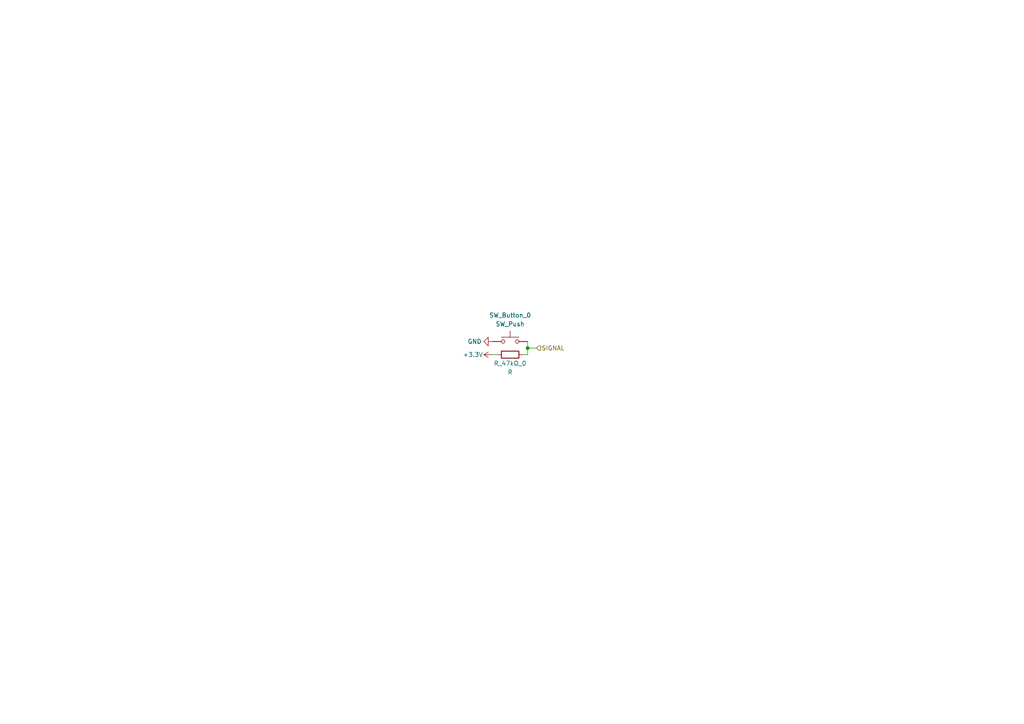
<source format=kicad_sch>
(kicad_sch (version 20211123) (generator eeschema)
  (paper "A4")
  (lib_symbols
    (symbol "Device:R" (pin_numbers hide) (pin_names (offset 0))
      (property "Reference" "R" (at 2.032 0 90))
      (property "Value" "R" (at 0 0 90))
      (symbol "R_0_1"
        (rectangle (start -1.016 -2.54) (end 1.016 2.54) (stroke (width 0.254)))
      )
      (symbol "R_1_1"
        (pin passive line (at 0 3.81 270) (length 1.27) (name "~") (number "1"))
        (pin passive line (at 0 -3.81 90) (length 1.27) (name "~") (number "2"))
      )
    )
    (symbol "Switch:SW_Push" (pin_numbers hide) (pin_names (offset 1.016) hide)
      (property "Reference" "SW" (at 1.27 2.54 0))
      (property "Value" "SW_Push" (at 0 -1.524 0))
      (symbol "SW_Push_0_1"
        (circle (center -2.032 0) (radius 0.508))
        (polyline (pts (xy 0 1.27) (xy 0 3.048)))
        (polyline (pts (xy 2.54 1.27) (xy -2.54 1.27)))
        (circle (center 2.032 0) (radius 0.508))
        (pin passive line (at -5.08 0 0) (length 2.54) (name "1") (number "1"))
        (pin passive line (at 5.08 0 180) (length 2.54) (name "2") (number "2"))
      )
    )
    (symbol "power:+3.3V" (power) (pin_names (offset 0))
      (property "Value" "+3.3V" (at 0 3.556 0))
      (symbol "+3.3V_0_1"
        (polyline (pts (xy -0.762 1.27) (xy 0 2.54)))
        (polyline (pts (xy 0 0) (xy 0 2.54)))
        (polyline (pts (xy 0 2.54) (xy 0.762 1.27)))
      )
      (symbol "+3.3V_1_1"
        (pin power_in line (at 0 0 90) (length 0) hide (name "+3.3V") (number "1"))
      )
    )
    (symbol "power:GND" (power) (pin_names (offset 0))
      (property "Value" "GND" (at 0 -3.81 0))
      (symbol "GND_0_1"
        (polyline (pts (xy 0 0) (xy 0 -1.27) (xy 1.27 -1.27) (xy 0 -2.54) (xy -1.27 -1.27) (xy 0 -1.27)))
      )
      (symbol "GND_1_1"
        (pin power_in line (at 0 0 270) (length 0) hide (name "GND") (number "1"))
      )
    )
  )
  (junction (at 153.035 100.965))
  (wire (pts (xy 151.765 102.87) (xy 153.035 102.87)))
  (wire (pts (xy 153.035 100.965) (xy 155.575 100.965)))
  (wire (pts (xy 153.035 100.965) (xy 153.035 99.06)))
  (wire (pts (xy 142.875 102.87) (xy 144.145 102.87)))
  (wire (pts (xy 153.035 102.87) (xy 153.035 100.965)))
  (hierarchical_label "SIGNAL" (shape input) (at 155.575 100.965 0))
  (symbol (lib_id "Device:R") (at 147.955 102.87 270) (unit 1)
    (property "Reference" "R_47kΩ_0" (at 147.955 105.41 90))
    (property "Value" "R" (at 147.955 107.95 90))
    (property "Footprint" "Resistor_SMD:R_0201_0603Metric" (effects hide))
  )
  (symbol (lib_id "power:GND") (at 142.875 99.06 270) (unit 1)
    (property "Reference" "#PWR0108" (effects hide))
    (property "Value" "GND" (at 139.7 99.06 90) (effects (justify right)))
  )
  (symbol (lib_id "Switch:SW_Push") (at 147.955 99.06 0) (unit 1)
    (property "Reference" "SW_Button_0" (at 147.955 91.44 0))
    (property "Value" "SW_Push" (at 147.955 93.98 0))
    (property "Footprint" "Button_Switch_SMD:Panasonic_EVQPUJ_EVQPUA" (effects hide))
  )
  (symbol (lib_id "power:+3.3V") (at 142.875 102.87 90) (unit 1)
    (property "Reference" "#PWR0106" (effects hide))
    (property "Value" "+3.3V" (at 137.16 102.87 90))
  )
)
</source>
